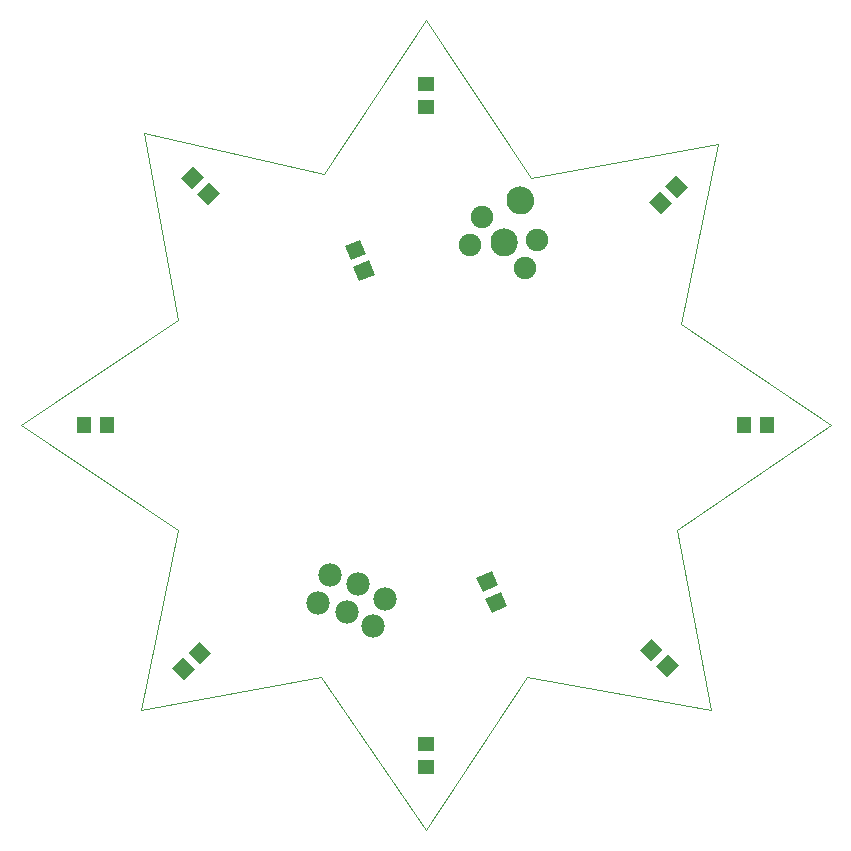
<source format=gbs>
G75*
%MOIN*%
%OFA0B0*%
%FSLAX25Y25*%
%IPPOS*%
%LPD*%
%AMOC8*
5,1,8,0,0,1.08239X$1,22.5*
%
%ADD10C,0.00200*%
%ADD11C,0.00000*%
%ADD12C,0.09061*%
%ADD13R,0.05124X0.05518*%
%ADD14R,0.05518X0.05124*%
%ADD15C,0.07800*%
%ADD16C,0.07487*%
D10*
X0041350Y0042100D02*
X0101350Y0053350D01*
X0136350Y0002100D01*
X0170100Y0053350D01*
X0231350Y0042100D01*
X0220100Y0102100D01*
X0271350Y0137100D01*
X0221350Y0170850D01*
X0233850Y0230850D01*
X0171350Y0219600D01*
X0136350Y0272100D01*
X0102600Y0220850D01*
X0042600Y0234600D01*
X0053850Y0172100D01*
X0001350Y0137100D01*
X0053850Y0102100D01*
X0041350Y0042100D01*
D11*
X0158019Y0198100D02*
X0158021Y0198231D01*
X0158027Y0198363D01*
X0158037Y0198494D01*
X0158051Y0198625D01*
X0158069Y0198755D01*
X0158091Y0198884D01*
X0158116Y0199013D01*
X0158146Y0199141D01*
X0158180Y0199268D01*
X0158217Y0199395D01*
X0158258Y0199519D01*
X0158303Y0199643D01*
X0158352Y0199765D01*
X0158404Y0199886D01*
X0158460Y0200004D01*
X0158520Y0200122D01*
X0158583Y0200237D01*
X0158650Y0200350D01*
X0158720Y0200462D01*
X0158793Y0200571D01*
X0158869Y0200677D01*
X0158949Y0200782D01*
X0159032Y0200884D01*
X0159118Y0200983D01*
X0159207Y0201080D01*
X0159299Y0201174D01*
X0159394Y0201265D01*
X0159491Y0201354D01*
X0159591Y0201439D01*
X0159694Y0201521D01*
X0159799Y0201600D01*
X0159906Y0201676D01*
X0160016Y0201748D01*
X0160128Y0201817D01*
X0160242Y0201883D01*
X0160357Y0201945D01*
X0160475Y0202004D01*
X0160594Y0202059D01*
X0160715Y0202111D01*
X0160838Y0202158D01*
X0160962Y0202202D01*
X0161087Y0202243D01*
X0161213Y0202279D01*
X0161341Y0202312D01*
X0161469Y0202340D01*
X0161598Y0202365D01*
X0161728Y0202386D01*
X0161858Y0202403D01*
X0161989Y0202416D01*
X0162120Y0202425D01*
X0162251Y0202430D01*
X0162383Y0202431D01*
X0162514Y0202428D01*
X0162646Y0202421D01*
X0162777Y0202410D01*
X0162907Y0202395D01*
X0163037Y0202376D01*
X0163167Y0202353D01*
X0163295Y0202327D01*
X0163423Y0202296D01*
X0163550Y0202261D01*
X0163676Y0202223D01*
X0163800Y0202181D01*
X0163924Y0202135D01*
X0164045Y0202085D01*
X0164165Y0202032D01*
X0164284Y0201975D01*
X0164401Y0201915D01*
X0164515Y0201851D01*
X0164628Y0201783D01*
X0164739Y0201712D01*
X0164848Y0201638D01*
X0164954Y0201561D01*
X0165058Y0201480D01*
X0165159Y0201397D01*
X0165258Y0201310D01*
X0165354Y0201220D01*
X0165447Y0201127D01*
X0165538Y0201032D01*
X0165625Y0200934D01*
X0165710Y0200833D01*
X0165791Y0200730D01*
X0165869Y0200624D01*
X0165944Y0200516D01*
X0166016Y0200406D01*
X0166084Y0200294D01*
X0166149Y0200180D01*
X0166210Y0200063D01*
X0166268Y0199945D01*
X0166322Y0199825D01*
X0166373Y0199704D01*
X0166420Y0199581D01*
X0166463Y0199457D01*
X0166502Y0199332D01*
X0166538Y0199205D01*
X0166569Y0199077D01*
X0166597Y0198949D01*
X0166621Y0198820D01*
X0166641Y0198690D01*
X0166657Y0198559D01*
X0166669Y0198428D01*
X0166677Y0198297D01*
X0166681Y0198166D01*
X0166681Y0198034D01*
X0166677Y0197903D01*
X0166669Y0197772D01*
X0166657Y0197641D01*
X0166641Y0197510D01*
X0166621Y0197380D01*
X0166597Y0197251D01*
X0166569Y0197123D01*
X0166538Y0196995D01*
X0166502Y0196868D01*
X0166463Y0196743D01*
X0166420Y0196619D01*
X0166373Y0196496D01*
X0166322Y0196375D01*
X0166268Y0196255D01*
X0166210Y0196137D01*
X0166149Y0196020D01*
X0166084Y0195906D01*
X0166016Y0195794D01*
X0165944Y0195684D01*
X0165869Y0195576D01*
X0165791Y0195470D01*
X0165710Y0195367D01*
X0165625Y0195266D01*
X0165538Y0195168D01*
X0165447Y0195073D01*
X0165354Y0194980D01*
X0165258Y0194890D01*
X0165159Y0194803D01*
X0165058Y0194720D01*
X0164954Y0194639D01*
X0164848Y0194562D01*
X0164739Y0194488D01*
X0164628Y0194417D01*
X0164516Y0194349D01*
X0164401Y0194285D01*
X0164284Y0194225D01*
X0164165Y0194168D01*
X0164045Y0194115D01*
X0163924Y0194065D01*
X0163800Y0194019D01*
X0163676Y0193977D01*
X0163550Y0193939D01*
X0163423Y0193904D01*
X0163295Y0193873D01*
X0163167Y0193847D01*
X0163037Y0193824D01*
X0162907Y0193805D01*
X0162777Y0193790D01*
X0162646Y0193779D01*
X0162514Y0193772D01*
X0162383Y0193769D01*
X0162251Y0193770D01*
X0162120Y0193775D01*
X0161989Y0193784D01*
X0161858Y0193797D01*
X0161728Y0193814D01*
X0161598Y0193835D01*
X0161469Y0193860D01*
X0161341Y0193888D01*
X0161213Y0193921D01*
X0161087Y0193957D01*
X0160962Y0193998D01*
X0160838Y0194042D01*
X0160715Y0194089D01*
X0160594Y0194141D01*
X0160475Y0194196D01*
X0160357Y0194255D01*
X0160242Y0194317D01*
X0160128Y0194383D01*
X0160016Y0194452D01*
X0159906Y0194524D01*
X0159799Y0194600D01*
X0159694Y0194679D01*
X0159591Y0194761D01*
X0159491Y0194846D01*
X0159394Y0194935D01*
X0159299Y0195026D01*
X0159207Y0195120D01*
X0159118Y0195217D01*
X0159032Y0195316D01*
X0158949Y0195418D01*
X0158869Y0195523D01*
X0158793Y0195629D01*
X0158720Y0195738D01*
X0158650Y0195850D01*
X0158583Y0195963D01*
X0158520Y0196078D01*
X0158460Y0196196D01*
X0158404Y0196314D01*
X0158352Y0196435D01*
X0158303Y0196557D01*
X0158258Y0196681D01*
X0158217Y0196805D01*
X0158180Y0196932D01*
X0158146Y0197059D01*
X0158116Y0197187D01*
X0158091Y0197316D01*
X0158069Y0197445D01*
X0158051Y0197575D01*
X0158037Y0197706D01*
X0158027Y0197837D01*
X0158021Y0197969D01*
X0158019Y0198100D01*
X0163519Y0212100D02*
X0163521Y0212231D01*
X0163527Y0212363D01*
X0163537Y0212494D01*
X0163551Y0212625D01*
X0163569Y0212755D01*
X0163591Y0212884D01*
X0163616Y0213013D01*
X0163646Y0213141D01*
X0163680Y0213268D01*
X0163717Y0213395D01*
X0163758Y0213519D01*
X0163803Y0213643D01*
X0163852Y0213765D01*
X0163904Y0213886D01*
X0163960Y0214004D01*
X0164020Y0214122D01*
X0164083Y0214237D01*
X0164150Y0214350D01*
X0164220Y0214462D01*
X0164293Y0214571D01*
X0164369Y0214677D01*
X0164449Y0214782D01*
X0164532Y0214884D01*
X0164618Y0214983D01*
X0164707Y0215080D01*
X0164799Y0215174D01*
X0164894Y0215265D01*
X0164991Y0215354D01*
X0165091Y0215439D01*
X0165194Y0215521D01*
X0165299Y0215600D01*
X0165406Y0215676D01*
X0165516Y0215748D01*
X0165628Y0215817D01*
X0165742Y0215883D01*
X0165857Y0215945D01*
X0165975Y0216004D01*
X0166094Y0216059D01*
X0166215Y0216111D01*
X0166338Y0216158D01*
X0166462Y0216202D01*
X0166587Y0216243D01*
X0166713Y0216279D01*
X0166841Y0216312D01*
X0166969Y0216340D01*
X0167098Y0216365D01*
X0167228Y0216386D01*
X0167358Y0216403D01*
X0167489Y0216416D01*
X0167620Y0216425D01*
X0167751Y0216430D01*
X0167883Y0216431D01*
X0168014Y0216428D01*
X0168146Y0216421D01*
X0168277Y0216410D01*
X0168407Y0216395D01*
X0168537Y0216376D01*
X0168667Y0216353D01*
X0168795Y0216327D01*
X0168923Y0216296D01*
X0169050Y0216261D01*
X0169176Y0216223D01*
X0169300Y0216181D01*
X0169424Y0216135D01*
X0169545Y0216085D01*
X0169665Y0216032D01*
X0169784Y0215975D01*
X0169901Y0215915D01*
X0170015Y0215851D01*
X0170128Y0215783D01*
X0170239Y0215712D01*
X0170348Y0215638D01*
X0170454Y0215561D01*
X0170558Y0215480D01*
X0170659Y0215397D01*
X0170758Y0215310D01*
X0170854Y0215220D01*
X0170947Y0215127D01*
X0171038Y0215032D01*
X0171125Y0214934D01*
X0171210Y0214833D01*
X0171291Y0214730D01*
X0171369Y0214624D01*
X0171444Y0214516D01*
X0171516Y0214406D01*
X0171584Y0214294D01*
X0171649Y0214180D01*
X0171710Y0214063D01*
X0171768Y0213945D01*
X0171822Y0213825D01*
X0171873Y0213704D01*
X0171920Y0213581D01*
X0171963Y0213457D01*
X0172002Y0213332D01*
X0172038Y0213205D01*
X0172069Y0213077D01*
X0172097Y0212949D01*
X0172121Y0212820D01*
X0172141Y0212690D01*
X0172157Y0212559D01*
X0172169Y0212428D01*
X0172177Y0212297D01*
X0172181Y0212166D01*
X0172181Y0212034D01*
X0172177Y0211903D01*
X0172169Y0211772D01*
X0172157Y0211641D01*
X0172141Y0211510D01*
X0172121Y0211380D01*
X0172097Y0211251D01*
X0172069Y0211123D01*
X0172038Y0210995D01*
X0172002Y0210868D01*
X0171963Y0210743D01*
X0171920Y0210619D01*
X0171873Y0210496D01*
X0171822Y0210375D01*
X0171768Y0210255D01*
X0171710Y0210137D01*
X0171649Y0210020D01*
X0171584Y0209906D01*
X0171516Y0209794D01*
X0171444Y0209684D01*
X0171369Y0209576D01*
X0171291Y0209470D01*
X0171210Y0209367D01*
X0171125Y0209266D01*
X0171038Y0209168D01*
X0170947Y0209073D01*
X0170854Y0208980D01*
X0170758Y0208890D01*
X0170659Y0208803D01*
X0170558Y0208720D01*
X0170454Y0208639D01*
X0170348Y0208562D01*
X0170239Y0208488D01*
X0170128Y0208417D01*
X0170016Y0208349D01*
X0169901Y0208285D01*
X0169784Y0208225D01*
X0169665Y0208168D01*
X0169545Y0208115D01*
X0169424Y0208065D01*
X0169300Y0208019D01*
X0169176Y0207977D01*
X0169050Y0207939D01*
X0168923Y0207904D01*
X0168795Y0207873D01*
X0168667Y0207847D01*
X0168537Y0207824D01*
X0168407Y0207805D01*
X0168277Y0207790D01*
X0168146Y0207779D01*
X0168014Y0207772D01*
X0167883Y0207769D01*
X0167751Y0207770D01*
X0167620Y0207775D01*
X0167489Y0207784D01*
X0167358Y0207797D01*
X0167228Y0207814D01*
X0167098Y0207835D01*
X0166969Y0207860D01*
X0166841Y0207888D01*
X0166713Y0207921D01*
X0166587Y0207957D01*
X0166462Y0207998D01*
X0166338Y0208042D01*
X0166215Y0208089D01*
X0166094Y0208141D01*
X0165975Y0208196D01*
X0165857Y0208255D01*
X0165742Y0208317D01*
X0165628Y0208383D01*
X0165516Y0208452D01*
X0165406Y0208524D01*
X0165299Y0208600D01*
X0165194Y0208679D01*
X0165091Y0208761D01*
X0164991Y0208846D01*
X0164894Y0208935D01*
X0164799Y0209026D01*
X0164707Y0209120D01*
X0164618Y0209217D01*
X0164532Y0209316D01*
X0164449Y0209418D01*
X0164369Y0209523D01*
X0164293Y0209629D01*
X0164220Y0209738D01*
X0164150Y0209850D01*
X0164083Y0209963D01*
X0164020Y0210078D01*
X0163960Y0210196D01*
X0163904Y0210314D01*
X0163852Y0210435D01*
X0163803Y0210557D01*
X0163758Y0210681D01*
X0163717Y0210805D01*
X0163680Y0210932D01*
X0163646Y0211059D01*
X0163616Y0211187D01*
X0163591Y0211316D01*
X0163569Y0211445D01*
X0163551Y0211575D01*
X0163537Y0211706D01*
X0163527Y0211837D01*
X0163521Y0211969D01*
X0163519Y0212100D01*
D12*
X0167850Y0212100D03*
X0162350Y0198100D03*
D13*
G36*
X0117353Y0192084D02*
X0119355Y0187368D01*
X0114277Y0185212D01*
X0112275Y0189928D01*
X0117353Y0192084D01*
G37*
G36*
X0114423Y0198988D02*
X0116425Y0194272D01*
X0111347Y0192116D01*
X0109345Y0196832D01*
X0114423Y0198988D01*
G37*
G36*
X0064141Y0218210D02*
X0067764Y0214587D01*
X0063863Y0210686D01*
X0060240Y0214309D01*
X0064141Y0218210D01*
G37*
G36*
X0058837Y0223514D02*
X0062460Y0219891D01*
X0058559Y0215990D01*
X0054936Y0219613D01*
X0058837Y0223514D01*
G37*
X0030100Y0137100D03*
X0022600Y0137100D03*
G36*
X0057240Y0061391D02*
X0060863Y0065014D01*
X0064764Y0061113D01*
X0061141Y0057490D01*
X0057240Y0061391D01*
G37*
G36*
X0051936Y0056087D02*
X0055559Y0059710D01*
X0059460Y0055809D01*
X0055837Y0052186D01*
X0051936Y0056087D01*
G37*
G36*
X0155347Y0081584D02*
X0153296Y0086279D01*
X0158351Y0088488D01*
X0160402Y0083793D01*
X0155347Y0081584D01*
G37*
G36*
X0158349Y0074712D02*
X0156298Y0079407D01*
X0161353Y0081616D01*
X0163404Y0076921D01*
X0158349Y0074712D01*
G37*
G36*
X0211559Y0058490D02*
X0207936Y0062113D01*
X0211837Y0066014D01*
X0215460Y0062391D01*
X0211559Y0058490D01*
G37*
G36*
X0216863Y0053186D02*
X0213240Y0056809D01*
X0217141Y0060710D01*
X0220764Y0057087D01*
X0216863Y0053186D01*
G37*
X0242600Y0137100D03*
X0250100Y0137100D03*
G36*
X0218460Y0211309D02*
X0214837Y0207686D01*
X0210936Y0211587D01*
X0214559Y0215210D01*
X0218460Y0211309D01*
G37*
G36*
X0223764Y0216613D02*
X0220141Y0212990D01*
X0216240Y0216891D01*
X0219863Y0220514D01*
X0223764Y0216613D01*
G37*
D14*
X0136350Y0243350D03*
X0136350Y0250850D03*
X0136350Y0030850D03*
X0136350Y0023350D03*
D15*
X0118953Y0070167D03*
X0110113Y0074949D03*
X0113972Y0084174D03*
X0104361Y0087110D03*
X0100502Y0077885D03*
X0122812Y0079392D03*
D16*
X0169631Y0189616D03*
X0173506Y0198834D03*
X0155069Y0206584D03*
X0151194Y0197366D03*
M02*

</source>
